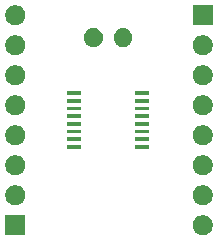
<source format=gts>
G04 #@! TF.GenerationSoftware,KiCad,Pcbnew,9.0.0*
G04 #@! TF.CreationDate,2025-02-20T19:15:02-05:00*
G04 #@! TF.ProjectId,surfboard,73757266-626f-4617-9264-2e6b69636164,rev?*
G04 #@! TF.SameCoordinates,Original*
G04 #@! TF.FileFunction,Soldermask,Top*
G04 #@! TF.FilePolarity,Negative*
%FSLAX46Y46*%
G04 Gerber Fmt 4.6, Leading zero omitted, Abs format (unit mm)*
G04 Created by KiCad (PCBNEW 9.0.0) date 2025-02-20 19:15:02*
%MOMM*%
%LPD*%
G01*
G04 APERTURE LIST*
G04 APERTURE END LIST*
G36*
X135851000Y-111975000D02*
G01*
X134151000Y-111975000D01*
X134151000Y-110275000D01*
X135851000Y-110275000D01*
X135851000Y-111975000D01*
G37*
G36*
X151122742Y-110311601D02*
G01*
X151276687Y-110375367D01*
X151415234Y-110467941D01*
X151533059Y-110585766D01*
X151625633Y-110724313D01*
X151689399Y-110878258D01*
X151721907Y-111041685D01*
X151721907Y-111208315D01*
X151689399Y-111371742D01*
X151625633Y-111525687D01*
X151533059Y-111664234D01*
X151415234Y-111782059D01*
X151276687Y-111874633D01*
X151122742Y-111938399D01*
X150959315Y-111970907D01*
X150792685Y-111970907D01*
X150629258Y-111938399D01*
X150475313Y-111874633D01*
X150336766Y-111782059D01*
X150218941Y-111664234D01*
X150126367Y-111525687D01*
X150062601Y-111371742D01*
X150030093Y-111208315D01*
X150030093Y-111041685D01*
X150062601Y-110878258D01*
X150126367Y-110724313D01*
X150218941Y-110585766D01*
X150336766Y-110467941D01*
X150475313Y-110375367D01*
X150629258Y-110311601D01*
X150792685Y-110279093D01*
X150959315Y-110279093D01*
X151122742Y-110311601D01*
G37*
G36*
X135247742Y-107771601D02*
G01*
X135401687Y-107835367D01*
X135540234Y-107927941D01*
X135658059Y-108045766D01*
X135750633Y-108184313D01*
X135814399Y-108338258D01*
X135846907Y-108501685D01*
X135846907Y-108668315D01*
X135814399Y-108831742D01*
X135750633Y-108985687D01*
X135658059Y-109124234D01*
X135540234Y-109242059D01*
X135401687Y-109334633D01*
X135247742Y-109398399D01*
X135084315Y-109430907D01*
X134917685Y-109430907D01*
X134754258Y-109398399D01*
X134600313Y-109334633D01*
X134461766Y-109242059D01*
X134343941Y-109124234D01*
X134251367Y-108985687D01*
X134187601Y-108831742D01*
X134155093Y-108668315D01*
X134155093Y-108501685D01*
X134187601Y-108338258D01*
X134251367Y-108184313D01*
X134343941Y-108045766D01*
X134461766Y-107927941D01*
X134600313Y-107835367D01*
X134754258Y-107771601D01*
X134917685Y-107739093D01*
X135084315Y-107739093D01*
X135247742Y-107771601D01*
G37*
G36*
X151122742Y-107771601D02*
G01*
X151276687Y-107835367D01*
X151415234Y-107927941D01*
X151533059Y-108045766D01*
X151625633Y-108184313D01*
X151689399Y-108338258D01*
X151721907Y-108501685D01*
X151721907Y-108668315D01*
X151689399Y-108831742D01*
X151625633Y-108985687D01*
X151533059Y-109124234D01*
X151415234Y-109242059D01*
X151276687Y-109334633D01*
X151122742Y-109398399D01*
X150959315Y-109430907D01*
X150792685Y-109430907D01*
X150629258Y-109398399D01*
X150475313Y-109334633D01*
X150336766Y-109242059D01*
X150218941Y-109124234D01*
X150126367Y-108985687D01*
X150062601Y-108831742D01*
X150030093Y-108668315D01*
X150030093Y-108501685D01*
X150062601Y-108338258D01*
X150126367Y-108184313D01*
X150218941Y-108045766D01*
X150336766Y-107927941D01*
X150475313Y-107835367D01*
X150629258Y-107771601D01*
X150792685Y-107739093D01*
X150959315Y-107739093D01*
X151122742Y-107771601D01*
G37*
G36*
X135247742Y-105231601D02*
G01*
X135401687Y-105295367D01*
X135540234Y-105387941D01*
X135658059Y-105505766D01*
X135750633Y-105644313D01*
X135814399Y-105798258D01*
X135846907Y-105961685D01*
X135846907Y-106128315D01*
X135814399Y-106291742D01*
X135750633Y-106445687D01*
X135658059Y-106584234D01*
X135540234Y-106702059D01*
X135401687Y-106794633D01*
X135247742Y-106858399D01*
X135084315Y-106890907D01*
X134917685Y-106890907D01*
X134754258Y-106858399D01*
X134600313Y-106794633D01*
X134461766Y-106702059D01*
X134343941Y-106584234D01*
X134251367Y-106445687D01*
X134187601Y-106291742D01*
X134155093Y-106128315D01*
X134155093Y-105961685D01*
X134187601Y-105798258D01*
X134251367Y-105644313D01*
X134343941Y-105505766D01*
X134461766Y-105387941D01*
X134600313Y-105295367D01*
X134754258Y-105231601D01*
X134917685Y-105199093D01*
X135084315Y-105199093D01*
X135247742Y-105231601D01*
G37*
G36*
X151122742Y-105231601D02*
G01*
X151276687Y-105295367D01*
X151415234Y-105387941D01*
X151533059Y-105505766D01*
X151625633Y-105644313D01*
X151689399Y-105798258D01*
X151721907Y-105961685D01*
X151721907Y-106128315D01*
X151689399Y-106291742D01*
X151625633Y-106445687D01*
X151533059Y-106584234D01*
X151415234Y-106702059D01*
X151276687Y-106794633D01*
X151122742Y-106858399D01*
X150959315Y-106890907D01*
X150792685Y-106890907D01*
X150629258Y-106858399D01*
X150475313Y-106794633D01*
X150336766Y-106702059D01*
X150218941Y-106584234D01*
X150126367Y-106445687D01*
X150062601Y-106291742D01*
X150030093Y-106128315D01*
X150030093Y-105961685D01*
X150062601Y-105798258D01*
X150126367Y-105644313D01*
X150218941Y-105505766D01*
X150336766Y-105387941D01*
X150475313Y-105295367D01*
X150629258Y-105231601D01*
X150792685Y-105199093D01*
X150959315Y-105199093D01*
X151122742Y-105231601D01*
G37*
G36*
X140589000Y-104647351D02*
G01*
X139420600Y-104647351D01*
X139420600Y-104342551D01*
X140589000Y-104342551D01*
X140589000Y-104647351D01*
G37*
G36*
X146329400Y-104647351D02*
G01*
X145161000Y-104647351D01*
X145161000Y-104342551D01*
X146329400Y-104342551D01*
X146329400Y-104647351D01*
G37*
G36*
X135247742Y-102691601D02*
G01*
X135401687Y-102755367D01*
X135540234Y-102847941D01*
X135658059Y-102965766D01*
X135750633Y-103104313D01*
X135814399Y-103258258D01*
X135846907Y-103421685D01*
X135846907Y-103588315D01*
X135814399Y-103751742D01*
X135750633Y-103905687D01*
X135658059Y-104044234D01*
X135540234Y-104162059D01*
X135401687Y-104254633D01*
X135247742Y-104318399D01*
X135084315Y-104350907D01*
X134917685Y-104350907D01*
X134754258Y-104318399D01*
X134600313Y-104254633D01*
X134461766Y-104162059D01*
X134343941Y-104044234D01*
X134251367Y-103905687D01*
X134187601Y-103751742D01*
X134155093Y-103588315D01*
X134155093Y-103421685D01*
X134187601Y-103258258D01*
X134251367Y-103104313D01*
X134343941Y-102965766D01*
X134461766Y-102847941D01*
X134600313Y-102755367D01*
X134754258Y-102691601D01*
X134917685Y-102659093D01*
X135084315Y-102659093D01*
X135247742Y-102691601D01*
G37*
G36*
X151122742Y-102691601D02*
G01*
X151276687Y-102755367D01*
X151415234Y-102847941D01*
X151533059Y-102965766D01*
X151625633Y-103104313D01*
X151689399Y-103258258D01*
X151721907Y-103421685D01*
X151721907Y-103588315D01*
X151689399Y-103751742D01*
X151625633Y-103905687D01*
X151533059Y-104044234D01*
X151415234Y-104162059D01*
X151276687Y-104254633D01*
X151122742Y-104318399D01*
X150959315Y-104350907D01*
X150792685Y-104350907D01*
X150629258Y-104318399D01*
X150475313Y-104254633D01*
X150336766Y-104162059D01*
X150218941Y-104044234D01*
X150126367Y-103905687D01*
X150062601Y-103751742D01*
X150030093Y-103588315D01*
X150030093Y-103421685D01*
X150062601Y-103258258D01*
X150126367Y-103104313D01*
X150218941Y-102965766D01*
X150336766Y-102847941D01*
X150475313Y-102755367D01*
X150629258Y-102691601D01*
X150792685Y-102659093D01*
X150959315Y-102659093D01*
X151122742Y-102691601D01*
G37*
G36*
X140589000Y-103997365D02*
G01*
X139420600Y-103997365D01*
X139420600Y-103692565D01*
X140589000Y-103692565D01*
X140589000Y-103997365D01*
G37*
G36*
X146329400Y-103997365D02*
G01*
X145161000Y-103997365D01*
X145161000Y-103692565D01*
X146329400Y-103692565D01*
X146329400Y-103997365D01*
G37*
G36*
X140589000Y-103347379D02*
G01*
X139420600Y-103347379D01*
X139420600Y-103042579D01*
X140589000Y-103042579D01*
X140589000Y-103347379D01*
G37*
G36*
X146329400Y-103347379D02*
G01*
X145161000Y-103347379D01*
X145161000Y-103042579D01*
X146329400Y-103042579D01*
X146329400Y-103347379D01*
G37*
G36*
X140589000Y-102697393D02*
G01*
X139420600Y-102697393D01*
X139420600Y-102392593D01*
X140589000Y-102392593D01*
X140589000Y-102697393D01*
G37*
G36*
X146329400Y-102697393D02*
G01*
X145161000Y-102697393D01*
X145161000Y-102392593D01*
X146329400Y-102392593D01*
X146329400Y-102697393D01*
G37*
G36*
X140589000Y-102047407D02*
G01*
X139420600Y-102047407D01*
X139420600Y-101742607D01*
X140589000Y-101742607D01*
X140589000Y-102047407D01*
G37*
G36*
X146329400Y-102047407D02*
G01*
X145161000Y-102047407D01*
X145161000Y-101742607D01*
X146329400Y-101742607D01*
X146329400Y-102047407D01*
G37*
G36*
X135247742Y-100151601D02*
G01*
X135401687Y-100215367D01*
X135540234Y-100307941D01*
X135658059Y-100425766D01*
X135750633Y-100564313D01*
X135814399Y-100718258D01*
X135846907Y-100881685D01*
X135846907Y-101048315D01*
X135814399Y-101211742D01*
X135750633Y-101365687D01*
X135658059Y-101504234D01*
X135540234Y-101622059D01*
X135401687Y-101714633D01*
X135247742Y-101778399D01*
X135084315Y-101810907D01*
X134917685Y-101810907D01*
X134754258Y-101778399D01*
X134600313Y-101714633D01*
X134461766Y-101622059D01*
X134343941Y-101504234D01*
X134251367Y-101365687D01*
X134187601Y-101211742D01*
X134155093Y-101048315D01*
X134155093Y-100881685D01*
X134187601Y-100718258D01*
X134251367Y-100564313D01*
X134343941Y-100425766D01*
X134461766Y-100307941D01*
X134600313Y-100215367D01*
X134754258Y-100151601D01*
X134917685Y-100119093D01*
X135084315Y-100119093D01*
X135247742Y-100151601D01*
G37*
G36*
X151122742Y-100151601D02*
G01*
X151276687Y-100215367D01*
X151415234Y-100307941D01*
X151533059Y-100425766D01*
X151625633Y-100564313D01*
X151689399Y-100718258D01*
X151721907Y-100881685D01*
X151721907Y-101048315D01*
X151689399Y-101211742D01*
X151625633Y-101365687D01*
X151533059Y-101504234D01*
X151415234Y-101622059D01*
X151276687Y-101714633D01*
X151122742Y-101778399D01*
X150959315Y-101810907D01*
X150792685Y-101810907D01*
X150629258Y-101778399D01*
X150475313Y-101714633D01*
X150336766Y-101622059D01*
X150218941Y-101504234D01*
X150126367Y-101365687D01*
X150062601Y-101211742D01*
X150030093Y-101048315D01*
X150030093Y-100881685D01*
X150062601Y-100718258D01*
X150126367Y-100564313D01*
X150218941Y-100425766D01*
X150336766Y-100307941D01*
X150475313Y-100215367D01*
X150629258Y-100151601D01*
X150792685Y-100119093D01*
X150959315Y-100119093D01*
X151122742Y-100151601D01*
G37*
G36*
X140589000Y-101397421D02*
G01*
X139420600Y-101397421D01*
X139420600Y-101092621D01*
X140589000Y-101092621D01*
X140589000Y-101397421D01*
G37*
G36*
X146329400Y-101397421D02*
G01*
X145161000Y-101397421D01*
X145161000Y-101092621D01*
X146329400Y-101092621D01*
X146329400Y-101397421D01*
G37*
G36*
X140589000Y-100747435D02*
G01*
X139420600Y-100747435D01*
X139420600Y-100442635D01*
X140589000Y-100442635D01*
X140589000Y-100747435D01*
G37*
G36*
X146329400Y-100747435D02*
G01*
X145161000Y-100747435D01*
X145161000Y-100442635D01*
X146329400Y-100442635D01*
X146329400Y-100747435D01*
G37*
G36*
X140589000Y-100097449D02*
G01*
X139420600Y-100097449D01*
X139420600Y-99792649D01*
X140589000Y-99792649D01*
X140589000Y-100097449D01*
G37*
G36*
X146329400Y-100097449D02*
G01*
X145161000Y-100097449D01*
X145161000Y-99792649D01*
X146329400Y-99792649D01*
X146329400Y-100097449D01*
G37*
G36*
X135247742Y-97611601D02*
G01*
X135401687Y-97675367D01*
X135540234Y-97767941D01*
X135658059Y-97885766D01*
X135750633Y-98024313D01*
X135814399Y-98178258D01*
X135846907Y-98341685D01*
X135846907Y-98508315D01*
X135814399Y-98671742D01*
X135750633Y-98825687D01*
X135658059Y-98964234D01*
X135540234Y-99082059D01*
X135401687Y-99174633D01*
X135247742Y-99238399D01*
X135084315Y-99270907D01*
X134917685Y-99270907D01*
X134754258Y-99238399D01*
X134600313Y-99174633D01*
X134461766Y-99082059D01*
X134343941Y-98964234D01*
X134251367Y-98825687D01*
X134187601Y-98671742D01*
X134155093Y-98508315D01*
X134155093Y-98341685D01*
X134187601Y-98178258D01*
X134251367Y-98024313D01*
X134343941Y-97885766D01*
X134461766Y-97767941D01*
X134600313Y-97675367D01*
X134754258Y-97611601D01*
X134917685Y-97579093D01*
X135084315Y-97579093D01*
X135247742Y-97611601D01*
G37*
G36*
X151122742Y-97611601D02*
G01*
X151276687Y-97675367D01*
X151415234Y-97767941D01*
X151533059Y-97885766D01*
X151625633Y-98024313D01*
X151689399Y-98178258D01*
X151721907Y-98341685D01*
X151721907Y-98508315D01*
X151689399Y-98671742D01*
X151625633Y-98825687D01*
X151533059Y-98964234D01*
X151415234Y-99082059D01*
X151276687Y-99174633D01*
X151122742Y-99238399D01*
X150959315Y-99270907D01*
X150792685Y-99270907D01*
X150629258Y-99238399D01*
X150475313Y-99174633D01*
X150336766Y-99082059D01*
X150218941Y-98964234D01*
X150126367Y-98825687D01*
X150062601Y-98671742D01*
X150030093Y-98508315D01*
X150030093Y-98341685D01*
X150062601Y-98178258D01*
X150126367Y-98024313D01*
X150218941Y-97885766D01*
X150336766Y-97767941D01*
X150475313Y-97675367D01*
X150629258Y-97611601D01*
X150792685Y-97579093D01*
X150959315Y-97579093D01*
X151122742Y-97611601D01*
G37*
G36*
X135247742Y-95071601D02*
G01*
X135401687Y-95135367D01*
X135540234Y-95227941D01*
X135658059Y-95345766D01*
X135750633Y-95484313D01*
X135814399Y-95638258D01*
X135846907Y-95801685D01*
X135846907Y-95968315D01*
X135814399Y-96131742D01*
X135750633Y-96285687D01*
X135658059Y-96424234D01*
X135540234Y-96542059D01*
X135401687Y-96634633D01*
X135247742Y-96698399D01*
X135084315Y-96730907D01*
X134917685Y-96730907D01*
X134754258Y-96698399D01*
X134600313Y-96634633D01*
X134461766Y-96542059D01*
X134343941Y-96424234D01*
X134251367Y-96285687D01*
X134187601Y-96131742D01*
X134155093Y-95968315D01*
X134155093Y-95801685D01*
X134187601Y-95638258D01*
X134251367Y-95484313D01*
X134343941Y-95345766D01*
X134461766Y-95227941D01*
X134600313Y-95135367D01*
X134754258Y-95071601D01*
X134917685Y-95039093D01*
X135084315Y-95039093D01*
X135247742Y-95071601D01*
G37*
G36*
X151122742Y-95071601D02*
G01*
X151276687Y-95135367D01*
X151415234Y-95227941D01*
X151533059Y-95345766D01*
X151625633Y-95484313D01*
X151689399Y-95638258D01*
X151721907Y-95801685D01*
X151721907Y-95968315D01*
X151689399Y-96131742D01*
X151625633Y-96285687D01*
X151533059Y-96424234D01*
X151415234Y-96542059D01*
X151276687Y-96634633D01*
X151122742Y-96698399D01*
X150959315Y-96730907D01*
X150792685Y-96730907D01*
X150629258Y-96698399D01*
X150475313Y-96634633D01*
X150336766Y-96542059D01*
X150218941Y-96424234D01*
X150126367Y-96285687D01*
X150062601Y-96131742D01*
X150030093Y-95968315D01*
X150030093Y-95801685D01*
X150062601Y-95638258D01*
X150126367Y-95484313D01*
X150218941Y-95345766D01*
X150336766Y-95227941D01*
X150475313Y-95135367D01*
X150629258Y-95071601D01*
X150792685Y-95039093D01*
X150959315Y-95039093D01*
X151122742Y-95071601D01*
G37*
G36*
X141857228Y-94469448D02*
G01*
X142002117Y-94529463D01*
X142132515Y-94616592D01*
X142243408Y-94727485D01*
X142330537Y-94857883D01*
X142390552Y-95002772D01*
X142421148Y-95156586D01*
X142421148Y-95313414D01*
X142390552Y-95467228D01*
X142330537Y-95612117D01*
X142243408Y-95742515D01*
X142132515Y-95853408D01*
X142002117Y-95940537D01*
X141857228Y-96000552D01*
X141703414Y-96031148D01*
X141546586Y-96031148D01*
X141392772Y-96000552D01*
X141247883Y-95940537D01*
X141117485Y-95853408D01*
X141006592Y-95742515D01*
X140919463Y-95612117D01*
X140859448Y-95467228D01*
X140828852Y-95313414D01*
X140828852Y-95156586D01*
X140859448Y-95002772D01*
X140919463Y-94857883D01*
X141006592Y-94727485D01*
X141117485Y-94616592D01*
X141247883Y-94529463D01*
X141392772Y-94469448D01*
X141546586Y-94438852D01*
X141703414Y-94438852D01*
X141857228Y-94469448D01*
G37*
G36*
X144357228Y-94469448D02*
G01*
X144502117Y-94529463D01*
X144632515Y-94616592D01*
X144743408Y-94727485D01*
X144830537Y-94857883D01*
X144890552Y-95002772D01*
X144921148Y-95156586D01*
X144921148Y-95313414D01*
X144890552Y-95467228D01*
X144830537Y-95612117D01*
X144743408Y-95742515D01*
X144632515Y-95853408D01*
X144502117Y-95940537D01*
X144357228Y-96000552D01*
X144203414Y-96031148D01*
X144046586Y-96031148D01*
X143892772Y-96000552D01*
X143747883Y-95940537D01*
X143617485Y-95853408D01*
X143506592Y-95742515D01*
X143419463Y-95612117D01*
X143359448Y-95467228D01*
X143328852Y-95313414D01*
X143328852Y-95156586D01*
X143359448Y-95002772D01*
X143419463Y-94857883D01*
X143506592Y-94727485D01*
X143617485Y-94616592D01*
X143747883Y-94529463D01*
X143892772Y-94469448D01*
X144046586Y-94438852D01*
X144203414Y-94438852D01*
X144357228Y-94469448D01*
G37*
G36*
X151726000Y-94195000D02*
G01*
X150026000Y-94195000D01*
X150026000Y-92495000D01*
X151726000Y-92495000D01*
X151726000Y-94195000D01*
G37*
G36*
X135247742Y-92531601D02*
G01*
X135401687Y-92595367D01*
X135540234Y-92687941D01*
X135658059Y-92805766D01*
X135750633Y-92944313D01*
X135814399Y-93098258D01*
X135846907Y-93261685D01*
X135846907Y-93428315D01*
X135814399Y-93591742D01*
X135750633Y-93745687D01*
X135658059Y-93884234D01*
X135540234Y-94002059D01*
X135401687Y-94094633D01*
X135247742Y-94158399D01*
X135084315Y-94190907D01*
X134917685Y-94190907D01*
X134754258Y-94158399D01*
X134600313Y-94094633D01*
X134461766Y-94002059D01*
X134343941Y-93884234D01*
X134251367Y-93745687D01*
X134187601Y-93591742D01*
X134155093Y-93428315D01*
X134155093Y-93261685D01*
X134187601Y-93098258D01*
X134251367Y-92944313D01*
X134343941Y-92805766D01*
X134461766Y-92687941D01*
X134600313Y-92595367D01*
X134754258Y-92531601D01*
X134917685Y-92499093D01*
X135084315Y-92499093D01*
X135247742Y-92531601D01*
G37*
M02*

</source>
